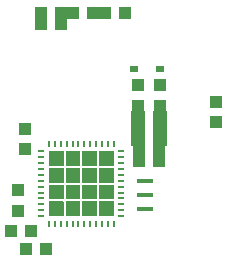
<source format=gbr>
G04 EAGLE Gerber RS-274X export*
G75*
%MOMM*%
%FSLAX34Y34*%
%LPD*%
%INSolderpaste Bottom*%
%IPPOS*%
%AMOC8*
5,1,8,0,0,1.08239X$1,22.5*%
G01*
%ADD10R,1.100000X1.000000*%
%ADD11R,1.000000X1.100000*%
%ADD12R,1.399997X0.400000*%
%ADD13R,0.550000X0.254000*%
%ADD14R,0.254000X0.550000*%
%ADD15R,1.300000X1.500000*%
%ADD16R,0.800000X0.500000*%

G36*
X-15222Y107174D02*
X-15222Y107174D01*
X-15220Y107173D01*
X-15177Y107193D01*
X-15133Y107211D01*
X-15133Y107213D01*
X-15131Y107214D01*
X-15098Y107299D01*
X-15098Y119523D01*
X-15099Y119525D01*
X-15098Y119527D01*
X-15118Y119570D01*
X-15136Y119614D01*
X-15138Y119614D01*
X-15139Y119616D01*
X-15224Y119649D01*
X-27448Y119649D01*
X-27450Y119648D01*
X-27452Y119649D01*
X-27495Y119629D01*
X-27539Y119611D01*
X-27539Y119609D01*
X-27541Y119608D01*
X-27574Y119523D01*
X-27574Y107299D01*
X-27573Y107297D01*
X-27574Y107295D01*
X-27554Y107252D01*
X-27536Y107208D01*
X-27534Y107208D01*
X-27533Y107206D01*
X-27448Y107173D01*
X-15224Y107173D01*
X-15222Y107174D01*
G37*
G36*
X13226Y107174D02*
X13226Y107174D01*
X13228Y107173D01*
X13271Y107193D01*
X13315Y107211D01*
X13315Y107213D01*
X13317Y107214D01*
X13350Y107299D01*
X13350Y119523D01*
X13349Y119525D01*
X13350Y119527D01*
X13330Y119570D01*
X13312Y119614D01*
X13310Y119614D01*
X13309Y119616D01*
X13224Y119649D01*
X1000Y119649D01*
X998Y119648D01*
X996Y119649D01*
X953Y119629D01*
X909Y119611D01*
X909Y119609D01*
X907Y119608D01*
X874Y119523D01*
X874Y107299D01*
X875Y107297D01*
X874Y107295D01*
X894Y107252D01*
X912Y107208D01*
X914Y107208D01*
X915Y107206D01*
X1000Y107173D01*
X13224Y107173D01*
X13226Y107174D01*
G37*
G36*
X-998Y107174D02*
X-998Y107174D01*
X-996Y107173D01*
X-953Y107193D01*
X-909Y107211D01*
X-909Y107213D01*
X-907Y107214D01*
X-874Y107299D01*
X-874Y119523D01*
X-875Y119525D01*
X-874Y119527D01*
X-894Y119570D01*
X-912Y119614D01*
X-914Y119614D01*
X-915Y119616D01*
X-1000Y119649D01*
X-13224Y119649D01*
X-13226Y119648D01*
X-13228Y119649D01*
X-13271Y119629D01*
X-13315Y119611D01*
X-13315Y119609D01*
X-13317Y119608D01*
X-13350Y119523D01*
X-13350Y107299D01*
X-13349Y107297D01*
X-13350Y107295D01*
X-13330Y107252D01*
X-13312Y107208D01*
X-13310Y107208D01*
X-13309Y107206D01*
X-13224Y107173D01*
X-1000Y107173D01*
X-998Y107174D01*
G37*
G36*
X27450Y107174D02*
X27450Y107174D01*
X27452Y107173D01*
X27495Y107193D01*
X27539Y107211D01*
X27539Y107213D01*
X27541Y107214D01*
X27574Y107299D01*
X27574Y119523D01*
X27573Y119525D01*
X27574Y119527D01*
X27554Y119570D01*
X27536Y119614D01*
X27534Y119614D01*
X27533Y119616D01*
X27448Y119649D01*
X15224Y119649D01*
X15222Y119648D01*
X15220Y119649D01*
X15177Y119629D01*
X15133Y119611D01*
X15133Y119609D01*
X15131Y119608D01*
X15098Y119523D01*
X15098Y107299D01*
X15099Y107297D01*
X15098Y107295D01*
X15118Y107252D01*
X15136Y107208D01*
X15138Y107208D01*
X15139Y107206D01*
X15224Y107173D01*
X27448Y107173D01*
X27450Y107174D01*
G37*
G36*
X13226Y92950D02*
X13226Y92950D01*
X13228Y92949D01*
X13271Y92969D01*
X13315Y92987D01*
X13315Y92989D01*
X13317Y92990D01*
X13350Y93075D01*
X13350Y105299D01*
X13349Y105301D01*
X13350Y105303D01*
X13330Y105346D01*
X13312Y105390D01*
X13310Y105390D01*
X13309Y105392D01*
X13224Y105425D01*
X1000Y105425D01*
X998Y105424D01*
X996Y105425D01*
X953Y105405D01*
X909Y105387D01*
X909Y105385D01*
X907Y105384D01*
X874Y105299D01*
X874Y93075D01*
X875Y93073D01*
X874Y93071D01*
X894Y93028D01*
X912Y92984D01*
X914Y92984D01*
X915Y92982D01*
X1000Y92949D01*
X13224Y92949D01*
X13226Y92950D01*
G37*
G36*
X-15222Y92950D02*
X-15222Y92950D01*
X-15220Y92949D01*
X-15177Y92969D01*
X-15133Y92987D01*
X-15133Y92989D01*
X-15131Y92990D01*
X-15098Y93075D01*
X-15098Y105299D01*
X-15099Y105301D01*
X-15098Y105303D01*
X-15118Y105346D01*
X-15136Y105390D01*
X-15138Y105390D01*
X-15139Y105392D01*
X-15224Y105425D01*
X-27448Y105425D01*
X-27450Y105424D01*
X-27452Y105425D01*
X-27495Y105405D01*
X-27539Y105387D01*
X-27539Y105385D01*
X-27541Y105384D01*
X-27574Y105299D01*
X-27574Y93075D01*
X-27573Y93073D01*
X-27574Y93071D01*
X-27554Y93028D01*
X-27536Y92984D01*
X-27534Y92984D01*
X-27533Y92982D01*
X-27448Y92949D01*
X-15224Y92949D01*
X-15222Y92950D01*
G37*
G36*
X-998Y92950D02*
X-998Y92950D01*
X-996Y92949D01*
X-953Y92969D01*
X-909Y92987D01*
X-909Y92989D01*
X-907Y92990D01*
X-874Y93075D01*
X-874Y105299D01*
X-875Y105301D01*
X-874Y105303D01*
X-894Y105346D01*
X-912Y105390D01*
X-914Y105390D01*
X-915Y105392D01*
X-1000Y105425D01*
X-13224Y105425D01*
X-13226Y105424D01*
X-13228Y105425D01*
X-13271Y105405D01*
X-13315Y105387D01*
X-13315Y105385D01*
X-13317Y105384D01*
X-13350Y105299D01*
X-13350Y93075D01*
X-13349Y93073D01*
X-13350Y93071D01*
X-13330Y93028D01*
X-13312Y92984D01*
X-13310Y92984D01*
X-13309Y92982D01*
X-13224Y92949D01*
X-1000Y92949D01*
X-998Y92950D01*
G37*
G36*
X27450Y92950D02*
X27450Y92950D01*
X27452Y92949D01*
X27495Y92969D01*
X27539Y92987D01*
X27539Y92989D01*
X27541Y92990D01*
X27574Y93075D01*
X27574Y105299D01*
X27573Y105301D01*
X27574Y105303D01*
X27554Y105346D01*
X27536Y105390D01*
X27534Y105390D01*
X27533Y105392D01*
X27448Y105425D01*
X15224Y105425D01*
X15222Y105424D01*
X15220Y105425D01*
X15177Y105405D01*
X15133Y105387D01*
X15133Y105385D01*
X15131Y105384D01*
X15098Y105299D01*
X15098Y93075D01*
X15099Y93073D01*
X15098Y93071D01*
X15118Y93028D01*
X15136Y92984D01*
X15138Y92984D01*
X15139Y92982D01*
X15224Y92949D01*
X27448Y92949D01*
X27450Y92950D01*
G37*
G36*
X-15222Y78726D02*
X-15222Y78726D01*
X-15220Y78725D01*
X-15177Y78745D01*
X-15133Y78763D01*
X-15133Y78765D01*
X-15131Y78766D01*
X-15098Y78851D01*
X-15098Y91075D01*
X-15099Y91077D01*
X-15098Y91079D01*
X-15118Y91122D01*
X-15136Y91166D01*
X-15138Y91166D01*
X-15139Y91168D01*
X-15224Y91201D01*
X-27448Y91201D01*
X-27450Y91200D01*
X-27452Y91201D01*
X-27495Y91181D01*
X-27539Y91163D01*
X-27539Y91161D01*
X-27541Y91160D01*
X-27574Y91075D01*
X-27574Y78851D01*
X-27573Y78849D01*
X-27574Y78847D01*
X-27554Y78804D01*
X-27536Y78760D01*
X-27534Y78760D01*
X-27533Y78758D01*
X-27448Y78725D01*
X-15224Y78725D01*
X-15222Y78726D01*
G37*
G36*
X13226Y78726D02*
X13226Y78726D01*
X13228Y78725D01*
X13271Y78745D01*
X13315Y78763D01*
X13315Y78765D01*
X13317Y78766D01*
X13350Y78851D01*
X13350Y91075D01*
X13349Y91077D01*
X13350Y91079D01*
X13330Y91122D01*
X13312Y91166D01*
X13310Y91166D01*
X13309Y91168D01*
X13224Y91201D01*
X1000Y91201D01*
X998Y91200D01*
X996Y91201D01*
X953Y91181D01*
X909Y91163D01*
X909Y91161D01*
X907Y91160D01*
X874Y91075D01*
X874Y78851D01*
X875Y78849D01*
X874Y78847D01*
X894Y78804D01*
X912Y78760D01*
X914Y78760D01*
X915Y78758D01*
X1000Y78725D01*
X13224Y78725D01*
X13226Y78726D01*
G37*
G36*
X-998Y78726D02*
X-998Y78726D01*
X-996Y78725D01*
X-953Y78745D01*
X-909Y78763D01*
X-909Y78765D01*
X-907Y78766D01*
X-874Y78851D01*
X-874Y91075D01*
X-875Y91077D01*
X-874Y91079D01*
X-894Y91122D01*
X-912Y91166D01*
X-914Y91166D01*
X-915Y91168D01*
X-1000Y91201D01*
X-13224Y91201D01*
X-13226Y91200D01*
X-13228Y91201D01*
X-13271Y91181D01*
X-13315Y91163D01*
X-13315Y91161D01*
X-13317Y91160D01*
X-13350Y91075D01*
X-13350Y78851D01*
X-13349Y78849D01*
X-13350Y78847D01*
X-13330Y78804D01*
X-13312Y78760D01*
X-13310Y78760D01*
X-13309Y78758D01*
X-13224Y78725D01*
X-1000Y78725D01*
X-998Y78726D01*
G37*
G36*
X27450Y78726D02*
X27450Y78726D01*
X27452Y78725D01*
X27495Y78745D01*
X27539Y78763D01*
X27539Y78765D01*
X27541Y78766D01*
X27574Y78851D01*
X27574Y91075D01*
X27573Y91077D01*
X27574Y91079D01*
X27554Y91122D01*
X27536Y91166D01*
X27534Y91166D01*
X27533Y91168D01*
X27448Y91201D01*
X15224Y91201D01*
X15222Y91200D01*
X15220Y91201D01*
X15177Y91181D01*
X15133Y91163D01*
X15133Y91161D01*
X15131Y91160D01*
X15098Y91075D01*
X15098Y78851D01*
X15099Y78849D01*
X15098Y78847D01*
X15118Y78804D01*
X15136Y78760D01*
X15138Y78760D01*
X15139Y78758D01*
X15224Y78725D01*
X27448Y78725D01*
X27450Y78726D01*
G37*
G36*
X-998Y64502D02*
X-998Y64502D01*
X-996Y64501D01*
X-953Y64521D01*
X-909Y64539D01*
X-909Y64541D01*
X-907Y64542D01*
X-874Y64627D01*
X-874Y76851D01*
X-875Y76853D01*
X-874Y76855D01*
X-894Y76898D01*
X-912Y76942D01*
X-914Y76942D01*
X-915Y76944D01*
X-1000Y76977D01*
X-13224Y76977D01*
X-13226Y76976D01*
X-13228Y76977D01*
X-13271Y76957D01*
X-13315Y76939D01*
X-13315Y76937D01*
X-13317Y76936D01*
X-13350Y76851D01*
X-13350Y64627D01*
X-13349Y64625D01*
X-13350Y64623D01*
X-13330Y64580D01*
X-13312Y64536D01*
X-13310Y64536D01*
X-13309Y64534D01*
X-13224Y64501D01*
X-1000Y64501D01*
X-998Y64502D01*
G37*
G36*
X13226Y64502D02*
X13226Y64502D01*
X13228Y64501D01*
X13271Y64521D01*
X13315Y64539D01*
X13315Y64541D01*
X13317Y64542D01*
X13350Y64627D01*
X13350Y76851D01*
X13349Y76853D01*
X13350Y76855D01*
X13330Y76898D01*
X13312Y76942D01*
X13310Y76942D01*
X13309Y76944D01*
X13224Y76977D01*
X1000Y76977D01*
X998Y76976D01*
X996Y76977D01*
X953Y76957D01*
X909Y76939D01*
X909Y76937D01*
X907Y76936D01*
X874Y76851D01*
X874Y64627D01*
X875Y64625D01*
X874Y64623D01*
X894Y64580D01*
X912Y64536D01*
X914Y64536D01*
X915Y64534D01*
X1000Y64501D01*
X13224Y64501D01*
X13226Y64502D01*
G37*
G36*
X27450Y64502D02*
X27450Y64502D01*
X27452Y64501D01*
X27495Y64521D01*
X27539Y64539D01*
X27539Y64541D01*
X27541Y64542D01*
X27574Y64627D01*
X27574Y76851D01*
X27573Y76853D01*
X27574Y76855D01*
X27554Y76898D01*
X27536Y76942D01*
X27534Y76942D01*
X27533Y76944D01*
X27448Y76977D01*
X15224Y76977D01*
X15222Y76976D01*
X15220Y76977D01*
X15177Y76957D01*
X15133Y76939D01*
X15133Y76937D01*
X15131Y76936D01*
X15098Y76851D01*
X15098Y64627D01*
X15099Y64625D01*
X15098Y64623D01*
X15118Y64580D01*
X15136Y64536D01*
X15138Y64536D01*
X15139Y64534D01*
X15224Y64501D01*
X27448Y64501D01*
X27450Y64502D01*
G37*
G36*
X-15222Y64502D02*
X-15222Y64502D01*
X-15220Y64501D01*
X-15177Y64521D01*
X-15133Y64539D01*
X-15133Y64541D01*
X-15131Y64542D01*
X-15098Y64627D01*
X-15098Y76851D01*
X-15099Y76853D01*
X-15098Y76855D01*
X-15118Y76898D01*
X-15136Y76942D01*
X-15138Y76942D01*
X-15139Y76944D01*
X-15224Y76977D01*
X-27448Y76977D01*
X-27450Y76976D01*
X-27452Y76977D01*
X-27495Y76957D01*
X-27539Y76939D01*
X-27539Y76937D01*
X-27541Y76936D01*
X-27574Y76851D01*
X-27574Y64627D01*
X-27573Y64625D01*
X-27574Y64623D01*
X-27554Y64580D01*
X-27536Y64536D01*
X-27534Y64536D01*
X-27533Y64534D01*
X-27448Y64501D01*
X-15224Y64501D01*
X-15222Y64502D01*
G37*
D10*
X-33900Y236538D03*
X-16900Y236538D03*
D11*
X-16900Y227013D03*
X-33900Y227013D03*
X37075Y236538D03*
X20075Y236538D03*
X10088Y236538D03*
X-6913Y236538D03*
D10*
X47625Y158188D03*
X47625Y175188D03*
X66675Y175188D03*
X66675Y158188D03*
D12*
X53975Y70550D03*
X53975Y82550D03*
X53975Y94550D03*
D13*
X33800Y119582D03*
X33800Y114581D03*
X33800Y109579D03*
X33800Y104578D03*
X33800Y99577D03*
X33800Y94576D03*
X33800Y89574D03*
X33800Y84573D03*
X33800Y79572D03*
X33800Y74571D03*
X33800Y69569D03*
X33800Y64568D03*
D14*
X27507Y58275D03*
X22506Y58275D03*
X17504Y58275D03*
X12503Y58275D03*
X7502Y58275D03*
X2501Y58275D03*
X-2501Y58275D03*
X-7502Y58275D03*
X-12503Y58275D03*
X-17504Y58275D03*
X-22506Y58275D03*
X-27507Y58275D03*
D13*
X-33800Y64568D03*
X-33800Y69569D03*
X-33800Y74571D03*
X-33800Y79572D03*
X-33800Y84573D03*
X-33800Y89574D03*
X-33800Y94576D03*
X-33800Y99577D03*
X-33800Y104578D03*
X-33800Y109579D03*
X-33800Y114581D03*
X-33800Y119582D03*
D14*
X-27507Y125875D03*
X-22506Y125875D03*
X-17504Y125875D03*
X-12503Y125875D03*
X-7502Y125875D03*
X-2501Y125875D03*
X2501Y125875D03*
X7502Y125875D03*
X12503Y125875D03*
X17504Y125875D03*
X22506Y125875D03*
X27507Y125875D03*
D10*
X-47625Y138675D03*
X-47625Y121675D03*
D11*
X-29600Y36513D03*
X-46600Y36513D03*
X114300Y143900D03*
X114300Y160900D03*
D10*
X48650Y111125D03*
X65650Y111125D03*
X48650Y120650D03*
X65650Y120650D03*
D15*
X47650Y131763D03*
X66650Y131763D03*
X47650Y146050D03*
X66650Y146050D03*
D16*
X66563Y188913D03*
X44563Y188913D03*
D10*
X-53975Y86288D03*
X-53975Y69288D03*
D11*
X-42300Y52388D03*
X-59300Y52388D03*
M02*

</source>
